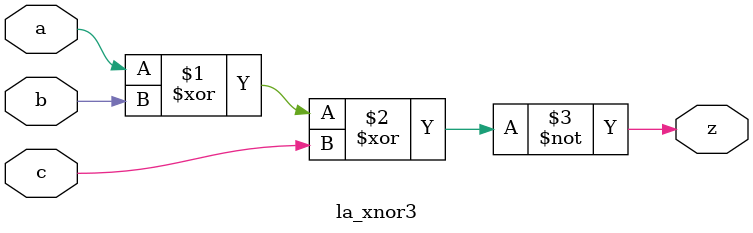
<source format=v>

module la_xnor3 #(
    parameter PROP = "DEFAULT"
) (
    input  a,
    input  b,
    input  c,
    output z
);

    assign z = ~(a ^ b ^ c);

endmodule

</source>
